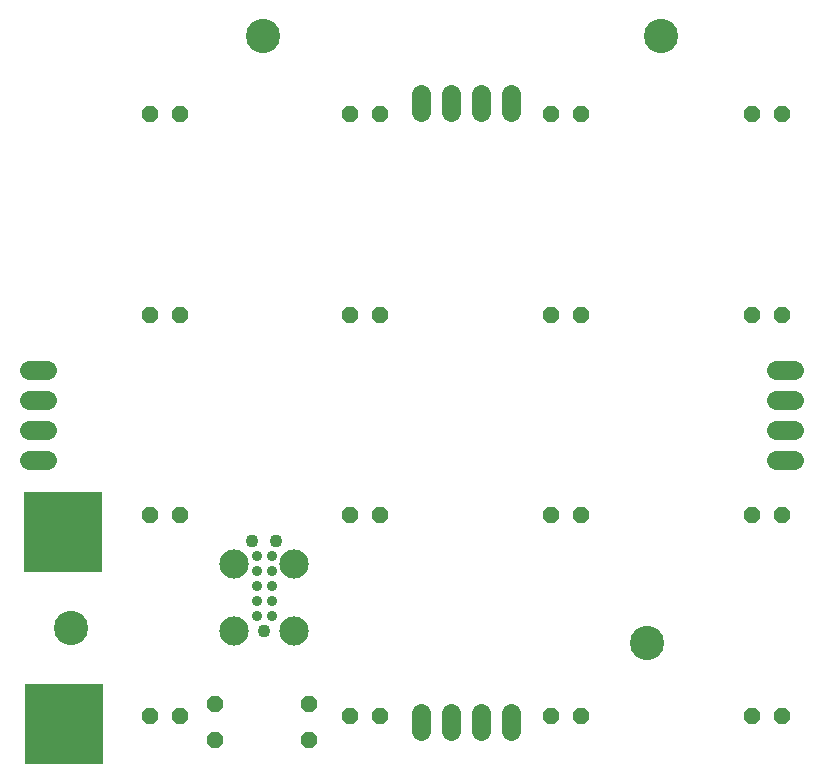
<source format=gbr>
G04 EAGLE Gerber RS-274X export*
G75*
%MOMM*%
%FSLAX34Y34*%
%LPD*%
%INSoldermask Top*%
%IPPOS*%
%AMOC8*
5,1,8,0,0,1.08239X$1,22.5*%
G01*
%ADD10R,6.600000X6.800000*%
%ADD11P,1.539592X8X22.500000*%
%ADD12C,0.889000*%
%ADD13C,1.092200*%
%ADD14C,2.476400*%
%ADD15C,1.625600*%
%ADD16P,1.539592X8X202.500000*%
%ADD17C,2.901600*%


D10*
X41640Y205740D03*
D11*
X114600Y560000D03*
X140000Y560000D03*
X284600Y220000D03*
X310000Y220000D03*
X454600Y220000D03*
X480000Y220000D03*
X624600Y220000D03*
X650000Y220000D03*
X114600Y50000D03*
X140000Y50000D03*
X284600Y50000D03*
X310000Y50000D03*
X454600Y50000D03*
X480000Y50000D03*
X624600Y50000D03*
X650000Y50000D03*
X284600Y560000D03*
X310000Y560000D03*
X454600Y560000D03*
X480000Y560000D03*
X624600Y560000D03*
X650000Y560000D03*
X114600Y390000D03*
X140000Y390000D03*
X284600Y390000D03*
X310000Y390000D03*
X454600Y390000D03*
X480000Y390000D03*
X624600Y390000D03*
X650000Y390000D03*
X114600Y220000D03*
X140000Y220000D03*
D12*
X218170Y134620D03*
X218170Y147320D03*
X218170Y160020D03*
X218170Y172720D03*
X218170Y185420D03*
X205470Y185420D03*
X205470Y172720D03*
X205470Y160020D03*
X205470Y147320D03*
X205470Y134620D03*
D13*
X211820Y121920D03*
X201660Y198120D03*
X221980Y198120D03*
D14*
X237220Y121920D03*
X237220Y179070D03*
X186420Y179070D03*
X186420Y121920D03*
D15*
X420400Y52720D02*
X420400Y37480D01*
X395000Y37480D02*
X395000Y52720D01*
X369600Y52720D02*
X369600Y37480D01*
X344200Y37480D02*
X344200Y52720D01*
X344200Y561582D02*
X344200Y576822D01*
X369600Y576822D02*
X369600Y561582D01*
X395000Y561582D02*
X395000Y576822D01*
X420400Y576822D02*
X420400Y561582D01*
X645160Y266700D02*
X660400Y266700D01*
X660400Y292100D02*
X645160Y292100D01*
X645160Y317500D02*
X660400Y317500D01*
X660400Y342900D02*
X645160Y342900D01*
X27940Y342900D02*
X12700Y342900D01*
X12700Y317500D02*
X27940Y317500D01*
X27940Y292100D02*
X12700Y292100D01*
X12700Y266700D02*
X27940Y266700D01*
D11*
X170000Y60000D03*
X250000Y60000D03*
D16*
X250000Y30000D03*
X170000Y30000D03*
D10*
X42180Y43180D03*
D17*
X547370Y625856D03*
X535940Y111760D03*
X48260Y124460D03*
X210820Y625856D03*
M02*

</source>
